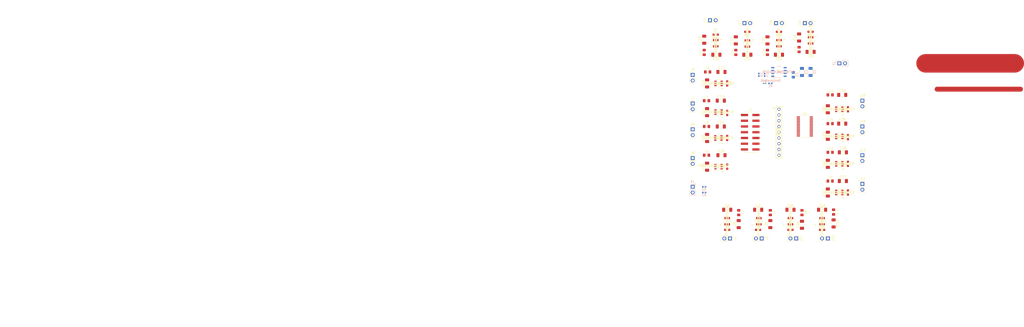
<source format=kicad_pcb>
(kicad_pcb (version 20171130) (host pcbnew "(5.1.9)-1")
  (layers (0 F.Cu signal) (31 B.Cu signal) (34 B.Paste user) (35 F.Paste user hide) (36 B.SilkS user hide) (37 F.SilkS user hide) (38 B.Mask user) (39 F.Mask user hide) (44 Edge.Cuts user))
  (net 0 "")
  (net 1 GND)
  (net 2 5V)
  (net 3 24V)
  (net 4 "Net-(D1-Pad1)")
  (net 5 A0)
  (net 6 A1)
  (net 7 A2)
  (net 8 A3)
  (net 9 A4)
  (net 10 A5)
  (net 11 OE)
  (net 12 SCL)
  (net 13 SDA)
  (net 14 PWM1)
  (net 15 "Net-(C11-Pad2)")
  (net 16 "Net-(C11-Pad1)")
  (net 17 "Net-(C12-Pad2)")
  (net 18 "Net-(C12-Pad1)")
  (net 19 "Net-(C13-Pad2)")
  (net 20 "Net-(C13-Pad1)")
  (net 21 PWM3)
  (net 22 PWM2)
  (net 23 PWM0)
  (net 24 p_LED0)
  (net 25 p_LED2)
  (net 26 p_LED1)
  (net 27 p_LED3)
  (net 28 n_LED0)
  (net 29 n_LED2)
  (net 30 n_LED1)
  (net 31 n_LED3)
  (net 32 "Net-(C22-Pad2)")
  (net 33 "Net-(C22-Pad1)")
  (net 34 "Net-(C23-Pad2)")
  (net 35 "Net-(C23-Pad1)")
  (net 36 p_LED4)
  (net 37 p_LED5)
  (net 38 n_LED4)
  (net 39 n_LED5)
  (net 40 PWM4)
  (net 41 PWM5)
  (net 42 p_LED15)
  (net 43 p_LED7)
  (net 44 p_LED6)
  (net 45 p_LED8)
  (net 46 p_LED9)
  (net 47 p_LED12)
  (net 48 p_LED13)
  (net 49 p_LED14)
  (net 50 p_LED10)
  (net 51 p_LED11)
  (net 52 n_LED15)
  (net 53 n_LED7)
  (net 54 n_LED6)
  (net 55 n_LED8)
  (net 56 n_LED9)
  (net 57 n_LED12)
  (net 58 n_LED13)
  (net 59 n_LED14)
  (net 60 n_LED10)
  (net 61 n_LED11)
  (net 62 PWM15)
  (net 63 PWM7)
  (net 64 PWM6)
  (net 65 PWM9)
  (net 66 PWM12)
  (net 67 PWM13)
  (net 68 PWM14)
  (net 69 PWM10)
  (net 70 PWM11)
  (net 71 "Net-(RN1-Pad9)")
  (net 72 PWM8)
  (net 73 "Net-(C6-Pad1)")
  (net 74 "Net-(C6-Pad2)")
  (net 75 "Net-(C7-Pad1)")
  (net 76 "Net-(C7-Pad2)")
  (net 77 "Net-(C10-Pad1)")
  (net 78 "Net-(C10-Pad2)")
  (net 79 "Net-(C18-Pad2)")
  (net 80 "Net-(C18-Pad1)")
  (net 81 "Net-(C20-Pad2)")
  (net 82 "Net-(C20-Pad1)")
  (net 83 "Net-(C21-Pad2)")
  (net 84 "Net-(C21-Pad1)")
  (net 85 "Net-(C30-Pad2)")
  (net 86 "Net-(C30-Pad1)")
  (net 87 "Net-(C31-Pad2)")
  (net 88 "Net-(C31-Pad1)")
  (net 89 "Net-(C32-Pad2)")
  (net 90 "Net-(C32-Pad1)")
  (net 91 "Net-(C33-Pad2)")
  (net 92 "Net-(C33-Pad1)")
  (net 93 "Net-(C34-Pad2)")
  (net 94 "Net-(C34-Pad1)")
  (net 95 "Net-(U1-Pad5)")
  (net 96 "Net-(U1-Pad4)")
  (module TPS92200:TPS92200D2DDCR (layer F.Cu) (at 113.03 48.26 180)
    (fp_text reference U8 (at 0 0) (layer F.SilkS))
    (fp_text value TPS92200D2DDCR (at 0 0) (layer F.SilkS))
    (fp_text user * (at -1.62915 -2.651) (layer F.SilkS))
    (fp_text user * (at -1.62915 -2.651) (layer F.SilkS))
    (pad 1 smd rect (at -1.375151 -0.950001 180) (size 0.997699 0.558) (layers F.Cu F.Paste F.Mask) (net 28 n_LED0))
    (pad 2 smd rect (at -1.375151 0 180) (size 0.997699 0.558) (layers F.Cu F.Paste F.Mask) (net 23 PWM0))
    (pad 3 smd rect (at -1.375151 0.950001 180) (size 0.997699 0.558) (layers F.Cu F.Paste F.Mask) (net 1 GND))
    (pad 4 smd rect (at 1.375151 0.950001 180) (size 0.997699 0.558) (layers F.Cu F.Paste F.Mask) (net 3 24V))
    (pad 5 smd rect (at 1.375151 0 180) (size 0.997699 0.558) (layers F.Cu F.Paste F.Mask) (net 19 "Net-(C13-Pad2)"))
    (pad 6 smd rect (at 1.375151 -0.950001 180) (size 0.997699 0.558) (layers F.Cu F.Paste F.Mask) (net 20 "Net-(C13-Pad1)"))
  )
  (module footprints:LM78L05ACM&slash_NOPB (layer B.Cu) (at 139.7 43.18)
    (fp_text reference U1 (at 0 0) (layer B.SilkS) (effects (justify mirror)))
    (fp_text value LM78L05ACM_NOPB (at 0 0) (layer B.SilkS) (effects (justify mirror)))
    (fp_text user Designator9 (at -3.556 3.81) (layer B.SilkS) (effects (justify mirror)))
    (fp_text user * (at 0 0) (layer B.SilkS) (effects (justify mirror)))
    (pad 8 smd oval (at 2.724998 1.905 270) (size 0.599999 1.45) (layers B.Cu B.Paste B.Mask) (net 3 24V))
    (pad 7 smd oval (at 2.724998 0.635 270) (size 0.599999 1.45) (layers B.Cu B.Paste B.Mask) (net 1 GND))
    (pad 6 smd oval (at 2.724998 -0.635 270) (size 0.599999 1.45) (layers B.Cu B.Paste B.Mask) (net 1 GND))
    (pad 5 smd oval (at 2.724998 -1.905 270) (size 0.599999 1.45) (layers B.Cu B.Paste B.Mask) (net 95 "Net-(U1-Pad5)"))
    (pad 4 smd oval (at -2.725001 -1.905 270) (size 0.599999 1.45) (layers B.Cu B.Paste B.Mask) (net 96 "Net-(U1-Pad4)"))
    (pad 3 smd oval (at -2.725001 -0.635 270) (size 0.599999 1.45) (layers B.Cu B.Paste B.Mask) (net 1 GND))
    (pad 2 smd oval (at -2.725001 0.635 270) (size 0.599999 1.45) (layers B.Cu B.Paste B.Mask) (net 1 GND))
    (pad 1 smd oval (at -2.725001 1.905 270) (size 0.599999 1.45) (layers B.Cu B.Paste B.Mask) (net 2 5V))
  )
  (module Connector_PinHeader_2.54mm:PinHeader_2x07_P2.54mm_Vertical_SMD (layer F.Cu) (at 127 69.85)
    (fp_text reference J1 (at 0 -9.95) (layer F.SilkS))
    (fp_text value Conn_02x07_Odd_Even)
    (pad 14 smd rect (at 2.525 7.62) (size 3.15 1) (layers F.Cu F.Paste F.Mask) (net 11 OE))
    (pad 13 smd rect (at -2.525 7.62) (size 3.15 1) (layers F.Cu F.Paste F.Mask) (net 2 5V))
    (pad 12 smd rect (at 2.525 5.08) (size 3.15 1) (layers F.Cu F.Paste F.Mask) (net 10 A5))
    (pad 11 smd rect (at -2.525 5.08) (size 3.15 1) (layers F.Cu F.Paste F.Mask) (net 2 5V))
    (pad 10 smd rect (at 2.525 2.54) (size 3.15 1) (layers F.Cu F.Paste F.Mask) (net 9 A4))
    (pad 9 smd rect (at -2.525 2.54) (size 3.15 1) (layers F.Cu F.Paste F.Mask) (net 2 5V))
    (pad 8 smd rect (at 2.525 0) (size 3.15 1) (layers F.Cu F.Paste F.Mask) (net 8 A3))
    (pad 7 smd rect (at -2.525 0) (size 3.15 1) (layers F.Cu F.Paste F.Mask) (net 2 5V))
    (pad 6 smd rect (at 2.525 -2.54) (size 3.15 1) (layers F.Cu F.Paste F.Mask) (net 7 A2))
    (pad 5 smd rect (at -2.525 -2.54) (size 3.15 1) (layers F.Cu F.Paste F.Mask) (net 2 5V))
    (pad 4 smd rect (at 2.525 -5.08) (size 3.15 1) (layers F.Cu F.Paste F.Mask) (net 6 A1))
    (pad 3 smd rect (at -2.525 -5.08) (size 3.15 1) (layers F.Cu F.Paste F.Mask) (net 2 5V))
    (pad 2 smd rect (at 2.525 -7.62) (size 3.15 1) (layers F.Cu F.Paste F.Mask) (net 5 A0))
    (pad 1 smd rect (at -2.525 -7.62) (size 3.15 1) (layers F.Cu F.Paste F.Mask) (net 2 5V))
  )
  (module SamacSys_Parts:4609X (layer F.Cu) (at 139.7 69.85 270)
    (fp_text reference RN1 (at -0.40567 0.16433 90) (layer F.SilkS) (effects (font (size 1.27 1.27) (thickness 0.254))))
    (fp_text value 4609M-101-103LF hide)
    (pad 9 thru_hole circle (at 10.16 0 270) (size 1.34 1.34) (drill 0.84) (layers *.Cu *.Mask) (net 71 "Net-(RN1-Pad9)"))
    (pad 8 thru_hole circle (at 7.62 0 270) (size 1.34 1.34) (drill 0.84) (layers *.Cu *.Mask) (net 11 OE))
    (pad 7 thru_hole circle (at 5.08 0 270) (size 1.34 1.34) (drill 0.84) (layers *.Cu *.Mask) (net 10 A5))
    (pad 6 thru_hole circle (at 2.54 0 270) (size 1.34 1.34) (drill 0.84) (layers *.Cu *.Mask) (net 9 A4))
    (pad 5 thru_hole circle (at 0 0 270) (size 1.34 1.34) (drill 0.84) (layers *.Cu *.Mask) (net 8 A3))
    (pad 4 thru_hole circle (at -2.54 0 270) (size 1.34 1.34) (drill 0.84) (layers *.Cu *.Mask) (net 7 A2))
    (pad 3 thru_hole circle (at -5.08 0 270) (size 1.34 1.34) (drill 0.84) (layers *.Cu *.Mask) (net 6 A1))
    (pad 2 thru_hole circle (at -7.62 0 270) (size 1.34 1.34) (drill 0.84) (layers *.Cu *.Mask) (net 5 A0))
    (pad 1 thru_hole circle (at -10.16 0 270) (size 1.34 1.34) (drill 0.84) (layers *.Cu *.Mask) (net 1 GND))
  )
  (module Connector_PinHeader_2.54mm:PinHeader_1x02_P2.54mm_Vertical (layer F.Cu) (at 176.53 55.88)
    (fp_text reference J19 (at 0 -2.33) (layer F.SilkS))
    (fp_text value Conn_01x02_Male)
    (pad 2 thru_hole oval (at 0 2.54) (size 1.7 1.7) (drill 1) (layers *.Cu *.Mask) (net 61 n_LED11))
    (pad 1 thru_hole rect (at 0 0) (size 1.7 1.7) (drill 1) (layers *.Cu *.Mask) (net 51 p_LED11))
  )
  (module Connector_PinHeader_2.54mm:PinHeader_1x02_P2.54mm_Vertical (layer F.Cu) (at 176.53 67.31)
    (fp_text reference J18 (at 0 -2.33) (layer F.SilkS))
    (fp_text value Conn_01x02_Male)
    (pad 2 thru_hole oval (at 0 2.54) (size 1.7 1.7) (drill 1) (layers *.Cu *.Mask) (net 60 n_LED10))
    (pad 1 thru_hole rect (at 0 0) (size 1.7 1.7) (drill 1) (layers *.Cu *.Mask) (net 50 p_LED10))
  )
  (module Connector_PinHeader_2.54mm:PinHeader_1x02_P2.54mm_Vertical (layer F.Cu) (at 124.46 21.59 90)
    (fp_text reference J17 (at 0 -2.33 90) (layer F.SilkS))
    (fp_text value Conn_01x02_Male)
    (pad 2 thru_hole oval (at 0 2.54 90) (size 1.7 1.7) (drill 1) (layers *.Cu *.Mask) (net 59 n_LED14))
    (pad 1 thru_hole rect (at 0 0 90) (size 1.7 1.7) (drill 1) (layers *.Cu *.Mask) (net 49 p_LED14))
  )
  (module Connector_PinHeader_2.54mm:PinHeader_1x02_P2.54mm_Vertical (layer F.Cu) (at 138.43 21.59 90)
    (fp_text reference J16 (at 0 -2.33 90) (layer F.SilkS))
    (fp_text value Conn_01x02_Male)
    (pad 2 thru_hole oval (at 0 2.54 90) (size 1.7 1.7) (drill 1) (layers *.Cu *.Mask) (net 58 n_LED13))
    (pad 1 thru_hole rect (at 0 0 90) (size 1.7 1.7) (drill 1) (layers *.Cu *.Mask) (net 48 p_LED13))
  )
  (module Connector_PinHeader_2.54mm:PinHeader_1x02_P2.54mm_Vertical (layer F.Cu) (at 151.13 21.59 90)
    (fp_text reference J15 (at 0 -2.33 90) (layer F.SilkS))
    (fp_text value Conn_01x02_Male)
    (pad 2 thru_hole oval (at 0 2.54 90) (size 1.7 1.7) (drill 1) (layers *.Cu *.Mask) (net 57 n_LED12))
    (pad 1 thru_hole rect (at 0 0 90) (size 1.7 1.7) (drill 1) (layers *.Cu *.Mask) (net 47 p_LED12))
  )
  (module Connector_PinHeader_2.54mm:PinHeader_1x02_P2.54mm_Vertical (layer F.Cu) (at 109.22 20.32 90)
    (fp_text reference J14 (at 0 -2.33 90) (layer F.SilkS))
    (fp_text value Conn_01x02_Male)
    (pad 1 thru_hole rect (at 0 0 90) (size 1.7 1.7) (drill 1) (layers *.Cu *.Mask) (net 42 p_LED15))
    (pad 2 thru_hole oval (at 0 2.54 90) (size 1.7 1.7) (drill 1) (layers *.Cu *.Mask) (net 52 n_LED15))
  )
  (module Connector_PinHeader_2.54mm:PinHeader_1x02_P2.54mm_Vertical (layer F.Cu) (at 176.53 80.01)
    (fp_text reference J13 (at 0 -2.33) (layer F.SilkS))
    (fp_text value Conn_01x02_Male)
    (pad 2 thru_hole oval (at 0 2.54) (size 1.7 1.7) (drill 1) (layers *.Cu *.Mask) (net 56 n_LED9))
    (pad 1 thru_hole rect (at 0 0) (size 1.7 1.7) (drill 1) (layers *.Cu *.Mask) (net 46 p_LED9))
  )
  (module Connector_PinHeader_2.54mm:PinHeader_1x02_P2.54mm_Vertical (layer F.Cu) (at 176.53 92.71)
    (fp_text reference J12 (at 0 -2.33) (layer F.SilkS))
    (fp_text value Conn_01x02_Male)
    (pad 2 thru_hole oval (at 0 2.54) (size 1.7 1.7) (drill 1) (layers *.Cu *.Mask) (net 55 n_LED8))
    (pad 1 thru_hole rect (at 0 0) (size 1.7 1.7) (drill 1) (layers *.Cu *.Mask) (net 45 p_LED8))
  )
  (module Connector_PinHeader_2.54mm:PinHeader_1x02_P2.54mm_Vertical (layer F.Cu) (at 147.32 116.84 270)
    (fp_text reference J11 (at 0 -2.33 90) (layer F.SilkS))
    (fp_text value Conn_01x02_Male)
    (pad 2 thru_hole oval (at 0 2.54 270) (size 1.7 1.7) (drill 1) (layers *.Cu *.Mask) (net 54 n_LED6))
    (pad 1 thru_hole rect (at 0 0 270) (size 1.7 1.7) (drill 1) (layers *.Cu *.Mask) (net 44 p_LED6))
  )
  (module Connector_PinHeader_2.54mm:PinHeader_1x02_P2.54mm_Vertical (layer F.Cu) (at 161.29 116.84 270)
    (fp_text reference J10 (at 0 -2.33 90) (layer F.SilkS))
    (fp_text value Conn_01x02_Male)
    (pad 2 thru_hole oval (at 0 2.54 270) (size 1.7 1.7) (drill 1) (layers *.Cu *.Mask) (net 53 n_LED7))
    (pad 1 thru_hole rect (at 0 0 270) (size 1.7 1.7) (drill 1) (layers *.Cu *.Mask) (net 43 p_LED7))
  )
  (module Connector_PinHeader_2.54mm:PinHeader_1x02_P2.54mm_Vertical (layer F.Cu) (at 132.08 116.84 270)
    (fp_text reference J5 (at 0 -2.33 90) (layer F.SilkS))
    (fp_text value Conn_01x02_Male)
    (pad 2 thru_hole oval (at 0 2.54 270) (size 1.7 1.7) (drill 1) (layers *.Cu *.Mask) (net 39 n_LED5))
    (pad 1 thru_hole rect (at 0 0 270) (size 1.7 1.7) (drill 1) (layers *.Cu *.Mask) (net 37 p_LED5))
  )
  (module Connector_PinHeader_2.54mm:PinHeader_1x02_P2.54mm_Vertical (layer F.Cu) (at 101.6 81.28)
    (fp_text reference J8 (at 0 -2.33) (layer F.SilkS))
    (fp_text value Conn_01x02_Male)
    (pad 2 thru_hole oval (at 0 2.54) (size 1.7 1.7) (drill 1) (layers *.Cu *.Mask) (net 31 n_LED3))
    (pad 1 thru_hole rect (at 0 0) (size 1.7 1.7) (drill 1) (layers *.Cu *.Mask) (net 27 p_LED3))
  )
  (module Connector_PinHeader_2.54mm:PinHeader_1x02_P2.54mm_Vertical (layer F.Cu) (at 101.6 57.15)
    (fp_text reference J7 (at 0 -2.33) (layer F.SilkS))
    (fp_text value Conn_01x02_Male)
    (pad 2 thru_hole oval (at 0 2.54) (size 1.7 1.7) (drill 1) (layers *.Cu *.Mask) (net 30 n_LED1))
    (pad 1 thru_hole rect (at 0 0) (size 1.7 1.7) (drill 1) (layers *.Cu *.Mask) (net 26 p_LED1))
  )
  (module Connector_PinHeader_2.54mm:PinHeader_1x02_P2.54mm_Vertical (layer F.Cu) (at 101.6 68.58)
    (fp_text reference J6 (at 0 -2.33) (layer F.SilkS))
    (fp_text value Conn_01x02_Male)
    (pad 2 thru_hole oval (at 0 2.54) (size 1.7 1.7) (drill 1) (layers *.Cu *.Mask) (net 29 n_LED2))
    (pad 1 thru_hole rect (at 0 0) (size 1.7 1.7) (drill 1) (layers *.Cu *.Mask) (net 25 p_LED2))
  )
  (module Connector_PinHeader_2.54mm:PinHeader_1x02_P2.54mm_Vertical (layer F.Cu) (at 101.6 44.45)
    (fp_text reference J9 (at 0 -2.33) (layer F.SilkS))
    (fp_text value Conn_01x02_Male)
    (pad 2 thru_hole oval (at 0 2.54) (size 1.7 1.7) (drill 1) (layers *.Cu *.Mask) (net 28 n_LED0))
    (pad 1 thru_hole rect (at 0 0) (size 1.7 1.7) (drill 1) (layers *.Cu *.Mask) (net 24 p_LED0))
  )
  (module Connector_PinHeader_2.54mm:PinHeader_1x02_P2.54mm_Vertical (layer F.Cu) (at 118.11 116.84 270)
    (fp_text reference J4 (at 0 -2.33 90) (layer F.SilkS))
    (fp_text value Conn_01x02_Male)
    (pad 2 thru_hole oval (at 0 2.54 270) (size 1.7 1.7) (drill 1) (layers *.Cu *.Mask) (net 38 n_LED4))
    (pad 1 thru_hole rect (at 0 0 270) (size 1.7 1.7) (drill 1) (layers *.Cu *.Mask) (net 36 p_LED4))
  )
  (module TPS92200:TPS92200D2DDCR (layer F.Cu) (at 166.37 59.69 180)
    (fp_text reference U18 (at 0 0) (layer F.SilkS))
    (fp_text value TPS92200D2DDCR (at 0 0) (layer F.SilkS))
    (fp_text user * (at -1.62915 -2.651) (layer F.SilkS))
    (fp_text user * (at -1.62915 -2.651) (layer F.SilkS))
    (pad 6 smd rect (at 1.375151 -0.950001 180) (size 0.997699 0.558) (layers F.Cu F.Paste F.Mask) (net 94 "Net-(C34-Pad1)"))
    (pad 5 smd rect (at 1.375151 0 180) (size 0.997699 0.558) (layers F.Cu F.Paste F.Mask) (net 93 "Net-(C34-Pad2)"))
    (pad 4 smd rect (at 1.375151 0.950001 180) (size 0.997699 0.558) (layers F.Cu F.Paste F.Mask) (net 3 24V))
    (pad 3 smd rect (at -1.375151 0.950001 180) (size 0.997699 0.558) (layers F.Cu F.Paste F.Mask) (net 1 GND))
    (pad 2 smd rect (at -1.375151 0 180) (size 0.997699 0.558) (layers F.Cu F.Paste F.Mask) (net 70 PWM11))
    (pad 1 smd rect (at -1.375151 -0.950001 180) (size 0.997699 0.558) (layers F.Cu F.Paste F.Mask) (net 61 n_LED11))
  )
  (module TPS92200:TPS92200D2DDCR (layer F.Cu) (at 166.37 71.7108 180)
    (fp_text reference U17 (at 0 0) (layer F.SilkS))
    (fp_text value TPS92200D2DDCR (at 0 0) (layer F.SilkS))
    (fp_text user * (at -1.62915 -2.651) (layer F.SilkS))
    (fp_text user * (at -1.62915 -2.651) (layer F.SilkS))
    (pad 6 smd rect (at 1.375151 -0.950001 180) (size 0.997699 0.558) (layers F.Cu F.Paste F.Mask) (net 92 "Net-(C33-Pad1)"))
    (pad 5 smd rect (at 1.375151 0 180) (size 0.997699 0.558) (layers F.Cu F.Paste F.Mask) (net 91 "Net-(C33-Pad2)"))
    (pad 4 smd rect (at 1.375151 0.950001 180) (size 0.997699 0.558) (layers F.Cu F.Paste F.Mask) (net 3 24V))
    (pad 3 smd rect (at -1.375151 0.950001 180) (size 0.997699 0.558) (layers F.Cu F.Paste F.Mask) (net 1 GND))
    (pad 2 smd rect (at -1.375151 0 180) (size 0.997699 0.558) (layers F.Cu F.Paste F.Mask) (net 69 PWM10))
    (pad 1 smd rect (at -1.375151 -0.950001 180) (size 0.997699 0.558) (layers F.Cu F.Paste F.Mask) (net 60 n_LED10))
  )
  (module TPS92200:TPS92200D2DDCR (layer F.Cu) (at 125.7508 30.599199 270)
    (fp_text reference U16 (at 0 0 90) (layer F.SilkS))
    (fp_text value TPS92200D2DDCR (at 0 0 90) (layer F.SilkS))
    (fp_text user * (at -1.62915 -2.651 90) (layer F.SilkS))
    (fp_text user * (at -1.62915 -2.651 90) (layer F.SilkS))
    (pad 6 smd rect (at 1.375151 -0.950001 270) (size 0.997699 0.558) (layers F.Cu F.Paste F.Mask) (net 90 "Net-(C32-Pad1)"))
    (pad 5 smd rect (at 1.375151 0 270) (size 0.997699 0.558) (layers F.Cu F.Paste F.Mask) (net 89 "Net-(C32-Pad2)"))
    (pad 4 smd rect (at 1.375151 0.950001 270) (size 0.997699 0.558) (layers F.Cu F.Paste F.Mask) (net 3 24V))
    (pad 3 smd rect (at -1.375151 0.950001 270) (size 0.997699 0.558) (layers F.Cu F.Paste F.Mask) (net 1 GND))
    (pad 2 smd rect (at -1.375151 0 270) (size 0.997699 0.558) (layers F.Cu F.Paste F.Mask) (net 68 PWM14))
    (pad 1 smd rect (at -1.375151 -0.950001 270) (size 0.997699 0.558) (layers F.Cu F.Paste F.Mask) (net 59 n_LED14))
  )
  (module TPS92200:TPS92200D2DDCR (layer F.Cu) (at 139.7 30.48 270)
    (fp_text reference U15 (at 0 0 90) (layer F.SilkS))
    (fp_text value TPS92200D2DDCR (at 0 0 90) (layer F.SilkS))
    (fp_text user * (at -1.62915 -2.651 90) (layer F.SilkS))
    (fp_text user * (at -1.62915 -2.651 90) (layer F.SilkS))
    (pad 6 smd rect (at 1.375151 -0.950001 270) (size 0.997699 0.558) (layers F.Cu F.Paste F.Mask) (net 88 "Net-(C31-Pad1)"))
    (pad 5 smd rect (at 1.375151 0 270) (size 0.997699 0.558) (layers F.Cu F.Paste F.Mask) (net 87 "Net-(C31-Pad2)"))
    (pad 4 smd rect (at 1.375151 0.950001 270) (size 0.997699 0.558) (layers F.Cu F.Paste F.Mask) (net 3 24V))
    (pad 3 smd rect (at -1.375151 0.950001 270) (size 0.997699 0.558) (layers F.Cu F.Paste F.Mask) (net 1 GND))
    (pad 2 smd rect (at -1.375151 0 270) (size 0.997699 0.558) (layers F.Cu F.Paste F.Mask) (net 67 PWM13))
    (pad 1 smd rect (at -1.375151 -0.950001 270) (size 0.997699 0.558) (layers F.Cu F.Paste F.Mask) (net 58 n_LED13))
  )
  (module TPS92200:TPS92200D2DDCR (layer F.Cu) (at 153.67 29.21 270)
    (fp_text reference U14 (at 0 0 90) (layer F.SilkS))
    (fp_text value TPS92200D2DDCR (at 0 0 90) (layer F.SilkS))
    (fp_text user * (at -1.62915 -2.651 90) (layer F.SilkS))
    (fp_text user * (at -1.62915 -2.651 90) (layer F.SilkS))
    (pad 6 smd rect (at 1.375151 -0.950001 270) (size 0.997699 0.558) (layers F.Cu F.Paste F.Mask) (net 86 "Net-(C30-Pad1)"))
    (pad 5 smd rect (at 1.375151 0 270) (size 0.997699 0.558) (layers F.Cu F.Paste F.Mask) (net 85 "Net-(C30-Pad2)"))
    (pad 4 smd rect (at 1.375151 0.950001 270) (size 0.997699 0.558) (layers F.Cu F.Paste F.Mask) (net 3 24V))
    (pad 3 smd rect (at -1.375151 0.950001 270) (size 0.997699 0.558) (layers F.Cu F.Paste F.Mask) (net 1 GND))
    (pad 2 smd rect (at -1.375151 0 270) (size 0.997699 0.558) (layers F.Cu F.Paste F.Mask) (net 66 PWM12))
    (pad 1 smd rect (at -1.375151 -0.950001 270) (size 0.997699 0.558) (layers F.Cu F.Paste F.Mask) (net 57 n_LED12))
  )
  (module TPS92200:TPS92200D2DDCR (layer F.Cu) (at 111.76 30.48 270)
    (fp_text reference U13 (at 0 0 90) (layer F.SilkS))
    (fp_text value TPS92200D2DDCR (at 0 0 90) (layer F.SilkS))
    (fp_text user * (at -1.62915 -2.651 90) (layer F.SilkS))
    (fp_text user * (at -1.62915 -2.651 90) (layer F.SilkS))
    (pad 1 smd rect (at -1.375151 -0.950001 270) (size 0.997699 0.558) (layers F.Cu F.Paste F.Mask) (net 52 n_LED15))
    (pad 2 smd rect (at -1.375151 0 270) (size 0.997699 0.558) (layers F.Cu F.Paste F.Mask) (net 62 PWM15))
    (pad 3 smd rect (at -1.375151 0.950001 270) (size 0.997699 0.558) (layers F.Cu F.Paste F.Mask) (net 1 GND))
    (pad 4 smd rect (at 1.375151 0.950001 270) (size 0.997699 0.558) (layers F.Cu F.Paste F.Mask) (net 3 24V))
    (pad 5 smd rect (at 1.375151 0 270) (size 0.997699 0.558) (layers F.Cu F.Paste F.Mask) (net 34 "Net-(C23-Pad2)"))
    (pad 6 smd rect (at 1.375151 -0.950001 270) (size 0.997699 0.558) (layers F.Cu F.Paste F.Mask) (net 35 "Net-(C23-Pad1)"))
  )
  (module TPS92200:TPS92200D2DDCR (layer F.Cu) (at 166.37 83.82 180)
    (fp_text reference U12 (at 0 0) (layer F.SilkS))
    (fp_text value TPS92200D2DDCR (at 0 0) (layer F.SilkS))
    (fp_text user * (at -1.62915 -2.651) (layer F.SilkS))
    (fp_text user * (at -1.62915 -2.651) (layer F.SilkS))
    (pad 6 smd rect (at 1.375151 -0.950001 180) (size 0.997699 0.558) (layers F.Cu F.Paste F.Mask) (net 33 "Net-(C22-Pad1)"))
    (pad 5 smd rect (at 1.375151 0 180) (size 0.997699 0.558) (layers F.Cu F.Paste F.Mask) (net 32 "Net-(C22-Pad2)"))
    (pad 4 smd rect (at 1.375151 0.950001 180) (size 0.997699 0.558) (layers F.Cu F.Paste F.Mask) (net 3 24V))
    (pad 3 smd rect (at -1.375151 0.950001 180) (size 0.997699 0.558) (layers F.Cu F.Paste F.Mask) (net 1 GND))
    (pad 2 smd rect (at -1.375151 0 180) (size 0.997699 0.558) (layers F.Cu F.Paste F.Mask) (net 65 PWM9))
    (pad 1 smd rect (at -1.375151 -0.950001 180) (size 0.997699 0.558) (layers F.Cu F.Paste F.Mask) (net 56 n_LED9))
  )
  (module TPS92200:TPS92200D2DDCR (layer F.Cu) (at 166.37 96.52 180)
    (fp_text reference U11 (at 0 0) (layer F.SilkS))
    (fp_text value TPS92200D2DDCR (at 0 0) (layer F.SilkS))
    (fp_text user * (at -1.62915 -2.651) (layer F.SilkS))
    (fp_text user * (at -1.62915 -2.651) (layer F.SilkS))
    (pad 6 smd rect (at 1.375151 -0.950001 180) (size 0.997699 0.558) (layers F.Cu F.Paste F.Mask) (net 84 "Net-(C21-Pad1)"))
    (pad 5 smd rect (at 1.375151 0 180) (size 0.997699 0.558) (layers F.Cu F.Paste F.Mask) (net 83 "Net-(C21-Pad2)"))
    (pad 4 smd rect (at 1.375151 0.950001 180) (size 0.997699 0.558) (layers F.Cu F.Paste F.Mask) (net 3 24V))
    (pad 3 smd rect (at -1.375151 0.950001 180) (size 0.997699 0.558) (layers F.Cu F.Paste F.Mask) (net 1 GND))
    (pad 2 smd rect (at -1.375151 0 180) (size 0.997699 0.558) (layers F.Cu F.Paste F.Mask) (net 72 PWM8))
    (pad 1 smd rect (at -1.375151 -0.950001 180) (size 0.997699 0.558) (layers F.Cu F.Paste F.Mask) (net 55 n_LED8))
  )
  (module TPS92200:TPS92200D2DDCR (layer F.Cu) (at 144.78 109.22 90)
    (fp_text reference U10 (at 0 0 90) (layer F.SilkS))
    (fp_text value TPS92200D2DDCR (at 0 0 90) (layer F.SilkS))
    (fp_text user * (at -1.62915 -2.651 90) (layer F.SilkS))
    (fp_text user * (at -1.62915 -2.651 90) (layer F.SilkS))
    (pad 6 smd rect (at 1.375151 -0.950001 90) (size 0.997699 0.558) (layers F.Cu F.Paste F.Mask) (net 82 "Net-(C20-Pad1)"))
    (pad 5 smd rect (at 1.375151 0 90) (size 0.997699 0.558) (layers F.Cu F.Paste F.Mask) (net 81 "Net-(C20-Pad2)"))
    (pad 4 smd rect (at 1.375151 0.950001 90) (size 0.997699 0.558) (layers F.Cu F.Paste F.Mask) (net 3 24V))
    (pad 3 smd rect (at -1.375151 0.950001 90) (size 0.997699 0.558) (layers F.Cu F.Paste F.Mask) (net 1 GND))
    (pad 2 smd rect (at -1.375151 0 90) (size 0.997699 0.558) (layers F.Cu F.Paste F.Mask) (net 64 PWM6))
    (pad 1 smd rect (at -1.375151 -0.950001 90) (size 0.997699 0.558) (layers F.Cu F.Paste F.Mask) (net 54 n_LED6))
  )
  (module TPS92200:TPS92200D2DDCR (layer F.Cu) (at 158.75 109.22 90)
    (fp_text reference U9 (at 0 0 90) (layer F.SilkS))
    (fp_text value TPS92200D2DDCR (at 0 0 90) (layer F.SilkS))
    (fp_text user * (at -1.62915 -2.651 90) (layer F.SilkS))
    (fp_text user * (at -1.62915 -2.651 90) (layer F.SilkS))
    (pad 6 smd rect (at 1.375151 -0.950001 90) (size 0.997699 0.558) (layers F.Cu F.Paste F.Mask) (net 80 "Net-(C18-Pad1)"))
    (pad 5 smd rect (at 1.375151 0 90) (size 0.997699 0.558) (layers F.Cu F.Paste F.Mask) (net 79 "Net-(C18-Pad2)"))
    (pad 4 smd rect (at 1.375151 0.950001 90) (size 0.997699 0.558) (layers F.Cu F.Paste F.Mask) (net 3 24V))
    (pad 3 smd rect (at -1.375151 0.950001 90) (size 0.997699 0.558) (layers F.Cu F.Paste F.Mask) (net 1 GND))
    (pad 2 smd rect (at -1.375151 0 90) (size 0.997699 0.558) (layers F.Cu F.Paste F.Mask) (net 63 PWM7))
    (pad 1 smd rect (at -1.375151 -0.950001 90) (size 0.997699 0.558) (layers F.Cu F.Paste F.Mask) (net 53 n_LED7))
  )
  (module Resistor_SMD:R_0603_1608Metric_Pad0.98x0.95mm_HandSolder (layer F.Cu) (at 170.18 59.69 90)
    (fp_text reference R19 (at 0 -1.43 90) (layer F.SilkS))
    (fp_text value 130m)
    (pad 2 smd roundrect (at 0.9125 0 90) (size 0.975 0.95) (layers F.Cu F.Paste F.Mask) (net 1 GND))
    (pad 1 smd roundrect (at -0.9125 0 90) (size 0.975 0.95) (layers F.Cu F.Paste F.Mask) (net 61 n_LED11))
  )
  (module Resistor_SMD:R_0603_1608Metric_Pad0.98x0.95mm_HandSolder (layer F.Cu) (at 170.18 72.0325 90)
    (fp_text reference R18 (at 0 -1.43 90) (layer F.SilkS))
    (fp_text value 130m)
    (pad 2 smd roundrect (at 0.9125 0 90) (size 0.975 0.95) (layers F.Cu F.Paste F.Mask) (net 1 GND))
    (pad 1 smd roundrect (at -0.9125 0 90) (size 0.975 0.95) (layers F.Cu F.Paste F.Mask) (net 60 n_LED10))
  )
  (module Resistor_SMD:R_0603_1608Metric_Pad0.98x0.95mm_HandSolder (layer F.Cu) (at 125.73 25.4 180)
    (fp_text reference R17 (at 0 -1.43) (layer F.SilkS))
    (fp_text value 130m)
    (pad 2 smd roundrect (at 0.9125 0 180) (size 0.975 0.95) (layers F.Cu F.Paste F.Mask) (net 1 GND))
    (pad 1 smd roundrect (at -0.9125 0 180) (size 0.975 0.95) (layers F.Cu F.Paste F.Mask) (net 59 n_LED14))
  )
  (module Resistor_SMD:R_0603_1608Metric_Pad0.98x0.95mm_HandSolder (layer F.Cu) (at 139.7 25.4 180)
    (fp_text reference R16 (at 0 -1.43) (layer F.SilkS))
    (fp_text value 130m)
    (pad 2 smd roundrect (at 0.9125 0 180) (size 0.975 0.95) (layers F.Cu F.Paste F.Mask) (net 1 GND))
    (pad 1 smd roundrect (at -0.9125 0 180) (size 0.975 0.95) (layers F.Cu F.Paste F.Mask) (net 58 n_LED13))
  )
  (module Resistor_SMD:R_0603_1608Metric_Pad0.98x0.95mm_HandSolder (layer F.Cu) (at 153.67 25.4 180)
    (fp_text reference R15 (at 0 -1.43) (layer F.SilkS))
    (fp_text value 130m)
    (pad 2 smd roundrect (at 0.9125 0 180) (size 0.975 0.95) (layers F.Cu F.Paste F.Mask) (net 1 GND))
    (pad 1 smd roundrect (at -0.9125 0 180) (size 0.975 0.95) (layers F.Cu F.Paste F.Mask) (net 57 n_LED12))
  )
  (module Resistor_SMD:R_0603_1608Metric_Pad0.98x0.95mm_HandSolder (layer F.Cu) (at 111.76 26.67 180)
    (fp_text reference R14 (at 0 -1.43) (layer F.SilkS))
    (fp_text value 130m)
    (pad 1 smd roundrect (at -0.9125 0 180) (size 0.975 0.95) (layers F.Cu F.Paste F.Mask) (net 52 n_LED15))
    (pad 2 smd roundrect (at 0.9125 0 180) (size 0.975 0.95) (layers F.Cu F.Paste F.Mask) (net 1 GND))
  )
  (module Resistor_SMD:R_0603_1608Metric_Pad0.98x0.95mm_HandSolder (layer F.Cu) (at 170.18 83.82 90)
    (fp_text reference R13 (at 0 -1.43 90) (layer F.SilkS))
    (fp_text value 130m)
    (pad 2 smd roundrect (at 0.9125 0 90) (size 0.975 0.95) (layers F.Cu F.Paste F.Mask) (net 1 GND))
    (pad 1 smd roundrect (at -0.9125 0 90) (size 0.975 0.95) (layers F.Cu F.Paste F.Mask) (net 56 n_LED9))
  )
  (module Resistor_SMD:R_0603_1608Metric_Pad0.98x0.95mm_HandSolder (layer F.Cu) (at 170.18 96.52 90)
    (fp_text reference R12 (at 0 -1.43 90) (layer F.SilkS))
    (fp_text value 130m)
    (pad 2 smd roundrect (at 0.9125 0 90) (size 0.975 0.95) (layers F.Cu F.Paste F.Mask) (net 1 GND))
    (pad 1 smd roundrect (at -0.9125 0 90) (size 0.975 0.95) (layers F.Cu F.Paste F.Mask) (net 55 n_LED8))
  )
  (module Resistor_SMD:R_0603_1608Metric_Pad0.98x0.95mm_HandSolder (layer F.Cu) (at 144.78 113.03)
    (fp_text reference R11 (at 0 -1.43) (layer F.SilkS))
    (fp_text value 130m)
    (pad 2 smd roundrect (at 0.9125 0) (size 0.975 0.95) (layers F.Cu F.Paste F.Mask) (net 1 GND))
    (pad 1 smd roundrect (at -0.9125 0) (size 0.975 0.95) (layers F.Cu F.Paste F.Mask) (net 54 n_LED6))
  )
  (module Resistor_SMD:R_0603_1608Metric_Pad0.98x0.95mm_HandSolder (layer F.Cu) (at 158.75 113.03)
    (fp_text reference R10 (at 0 -1.43) (layer F.SilkS))
    (fp_text value 130m)
    (pad 2 smd roundrect (at 0.9125 0) (size 0.975 0.95) (layers F.Cu F.Paste F.Mask) (net 1 GND))
    (pad 1 smd roundrect (at -0.9125 0) (size 0.975 0.95) (layers F.Cu F.Paste F.Mask) (net 53 n_LED7))
  )
  (module Inductor_SMD:L_0805_2012Metric_Pad1.15x1.40mm_HandSolder (layer F.Cu) (at 162.315 53.34)
    (fp_text reference L16 (at 0 -1.65) (layer F.SilkS))
    (fp_text value 2.2uH)
    (pad 2 smd roundrect (at 1.025 0) (size 1.15 1.4) (layers F.Cu F.Paste F.Mask) (roundrect_rratio 0.217391) (net 51 p_LED11))
    (pad 1 smd roundrect (at -1.025 0) (size 1.15 1.4) (layers F.Cu F.Paste F.Mask) (roundrect_rratio 0.217391) (net 93 "Net-(C34-Pad2)"))
  )
  (module Inductor_SMD:L_0805_2012Metric_Pad1.15x1.40mm_HandSolder (layer F.Cu) (at 162.315 66.04)
    (fp_text reference L15 (at 0 -1.65) (layer F.SilkS))
    (fp_text value 2.2uH)
    (pad 2 smd roundrect (at 1.025 0) (size 1.15 1.4) (layers F.Cu F.Paste F.Mask) (roundrect_rratio 0.217391) (net 50 p_LED10))
    (pad 1 smd roundrect (at -1.025 0) (size 1.15 1.4) (layers F.Cu F.Paste F.Mask) (roundrect_rratio 0.217391) (net 91 "Net-(C33-Pad2)"))
  )
  (module Inductor_SMD:L_0805_2012Metric_Pad1.15x1.40mm_HandSolder (layer F.Cu) (at 120.65 34.535 90)
    (fp_text reference L14 (at 0 -1.65 90) (layer F.SilkS))
    (fp_text value 2.2uH)
    (pad 2 smd roundrect (at 1.025 0 90) (size 1.15 1.4) (layers F.Cu F.Paste F.Mask) (roundrect_rratio 0.217391) (net 49 p_LED14))
    (pad 1 smd roundrect (at -1.025 0 90) (size 1.15 1.4) (layers F.Cu F.Paste F.Mask) (roundrect_rratio 0.217391) (net 89 "Net-(C32-Pad2)"))
  )
  (module Inductor_SMD:L_0805_2012Metric_Pad1.15x1.40mm_HandSolder (layer F.Cu) (at 134.62 34.535 90)
    (fp_text reference L13 (at 0 -1.65 90) (layer F.SilkS))
    (fp_text value 2.2uH)
    (pad 2 smd roundrect (at 1.025 0 90) (size 1.15 1.4) (layers F.Cu F.Paste F.Mask) (roundrect_rratio 0.217391) (net 48 p_LED13))
    (pad 1 smd roundrect (at -1.025 0 90) (size 1.15 1.4) (layers F.Cu F.Paste F.Mask) (roundrect_rratio 0.217391) (net 87 "Net-(C31-Pad2)"))
  )
  (module Inductor_SMD:L_0805_2012Metric_Pad1.15x1.40mm_HandSolder (layer F.Cu) (at 148.59 33.265 90)
    (fp_text reference L12 (at 0 -1.65 90) (layer F.SilkS))
    (fp_text value 2.2uH)
    (pad 2 smd roundrect (at 1.025 0 90) (size 1.15 1.4) (layers F.Cu F.Paste F.Mask) (roundrect_rratio 0.217391) (net 47 p_LED12))
    (pad 1 smd roundrect (at -1.025 0 90) (size 1.15 1.4) (layers F.Cu F.Paste F.Mask) (roundrect_rratio 0.217391) (net 85 "Net-(C30-Pad2)"))
  )
  (module Inductor_SMD:L_0805_2012Metric_Pad1.15x1.40mm_HandSolder (layer F.Cu) (at 106.68 34.535 90)
    (fp_text reference L11 (at 0 -1.65 90) (layer F.SilkS))
    (fp_text value 2.2uH)
    (pad 1 smd roundrect (at -1.025 0 90) (size 1.15 1.4) (layers F.Cu F.Paste F.Mask) (roundrect_rratio 0.217391) (net 34 "Net-(C23-Pad2)"))
    (pad 2 smd roundrect (at 1.025 0 90) (size 1.15 1.4) (layers F.Cu F.Paste F.Mask) (roundrect_rratio 0.217391) (net 42 p_LED15))
  )
  (module Inductor_SMD:L_0805_2012Metric_Pad1.15x1.40mm_HandSolder (layer F.Cu) (at 162.315 78.74)
    (fp_text reference L10 (at 0 -1.65) (layer F.SilkS))
    (fp_text value 2.2uH)
    (pad 2 smd roundrect (at 1.025 0) (size 1.15 1.4) (layers F.Cu F.Paste F.Mask) (roundrect_rratio 0.217391) (net 46 p_LED9))
    (pad 1 smd roundrect (at -1.025 0) (size 1.15 1.4) (layers F.Cu F.Paste F.Mask) (roundrect_rratio 0.217391) (net 32 "Net-(C22-Pad2)"))
  )
  (module Inductor_SMD:L_0805_2012Metric_Pad1.15x1.40mm_HandSolder (layer F.Cu) (at 162.315 91.44)
    (fp_text reference L9 (at 0 -1.65) (layer F.SilkS))
    (fp_text value 2.2uH)
    (pad 2 smd roundrect (at 1.025 0) (size 1.15 1.4) (layers F.Cu F.Paste F.Mask) (roundrect_rratio 0.217391) (net 45 p_LED8))
    (pad 1 smd roundrect (at -1.025 0) (size 1.15 1.4) (layers F.Cu F.Paste F.Mask) (roundrect_rratio 0.217391) (net 83 "Net-(C21-Pad2)"))
  )
  (module Inductor_SMD:L_0805_2012Metric_Pad1.15x1.40mm_HandSolder (layer F.Cu) (at 149.86 105.41 270)
    (fp_text reference L8 (at 0 -1.65 90) (layer F.SilkS))
    (fp_text value 2.2uH)
    (pad 2 smd roundrect (at 1.025 0 270) (size 1.15 1.4) (layers F.Cu F.Paste F.Mask) (roundrect_rratio 0.217391) (net 44 p_LED6))
    (pad 1 smd roundrect (at -1.025 0 270) (size 1.15 1.4) (layers F.Cu F.Paste F.Mask) (roundrect_rratio 0.217391) (net 81 "Net-(C20-Pad2)"))
  )
  (module Inductor_SMD:L_0805_2012Metric_Pad1.15x1.40mm_HandSolder (layer F.Cu) (at 163.83 105.165 270)
    (fp_text reference L7 (at 0 -1.65 90) (layer F.SilkS))
    (fp_text value 2.2uH)
    (pad 2 smd roundrect (at 1.025 0 270) (size 1.15 1.4) (layers F.Cu F.Paste F.Mask) (roundrect_rratio 0.217391) (net 43 p_LED7))
    (pad 1 smd roundrect (at -1.025 0 270) (size 1.15 1.4) (layers F.Cu F.Paste F.Mask) (roundrect_rratio 0.217391) (net 79 "Net-(C18-Pad2)"))
  )
  (module Capacitor_SMD:C_1206_3216Metric_Pad1.33x1.80mm_HandSolder (layer F.Cu) (at 167.64 53.34)
    (fp_text reference C39 (at 0 -1.85) (layer F.SilkS))
    (fp_text value 10uF)
    (pad 2 smd roundrect (at 1.5625 0) (size 1.325 1.8) (layers F.Cu F.Paste F.Mask) (roundrect_rratio 0.188679) (net 1 GND))
    (pad 1 smd roundrect (at -1.5625 0) (size 1.325 1.8) (layers F.Cu F.Paste F.Mask) (roundrect_rratio 0.188679) (net 51 p_LED11))
  )
  (module Capacitor_SMD:C_1206_3216Metric_Pad1.33x1.80mm_HandSolder (layer F.Cu) (at 167.64 66.04)
    (fp_text reference C38 (at 0 -1.85) (layer F.SilkS))
    (fp_text value 10uF)
    (pad 2 smd roundrect (at 1.5625 0) (size 1.325 1.8) (layers F.Cu F.Paste F.Mask) (roundrect_rratio 0.188679) (net 1 GND))
    (pad 1 smd roundrect (at -1.5625 0) (size 1.325 1.8) (layers F.Cu F.Paste F.Mask) (roundrect_rratio 0.188679) (net 50 p_LED10))
  )
  (module Capacitor_SMD:C_1206_3216Metric_Pad1.33x1.80mm_HandSolder (layer F.Cu) (at 120.65 29.21 90)
    (fp_text reference C37 (at 0 -1.85 90) (layer F.SilkS))
    (fp_text value 10uF)
    (pad 2 smd roundrect (at 1.5625 0 90) (size 1.325 1.8) (layers F.Cu F.Paste F.Mask) (roundrect_rratio 0.188679) (net 1 GND))
    (pad 1 smd roundrect (at -1.5625 0 90) (size 1.325 1.8) (layers F.Cu F.Paste F.Mask) (roundrect_rratio 0.188679) (net 49 p_LED14))
  )
  (module Capacitor_SMD:C_1206_3216Metric_Pad1.33x1.80mm_HandSolder (layer F.Cu) (at 134.62 29.21 90)
    (fp_text reference C36 (at 0 -1.85 90) (layer F.SilkS))
    (fp_text value 10uF)
    (pad 2 smd roundrect (at 1.5625 0 90) (size 1.325 1.8) (layers F.Cu F.Paste F.Mask) (roundrect_rratio 0.188679) (net 1 GND))
    (pad 1 smd roundrect (at -1.5625 0 90) (size 1.325 1.8) (layers F.Cu F.Paste F.Mask) (roundrect_rratio 0.188679) (net 48 p_LED13))
  )
  (module Capacitor_SMD:C_1206_3216Metric_Pad1.33x1.80mm_HandSolder (layer F.Cu) (at 148.59 27.94 90)
    (fp_text reference C35 (at 0 -1.85 90) (layer F.SilkS))
    (fp_text value 10uF)
    (pad 2 smd roundrect (at 1.5625 0 90) (size 1.325 1.8) (layers F.Cu F.Paste F.Mask) (roundrect_rratio 0.188679) (net 1 GND))
    (pad 1 smd roundrect (at -1.5625 0 90) (size 1.325 1.8) (layers F.Cu F.Paste F.Mask) (roundrect_rratio 0.188679) (net 47 p_LED12))
  )
  (module Capacitor_SMD:C_1206_3216Metric_Pad1.33x1.80mm_HandSolder (layer F.Cu) (at 161.29 59.69 90)
    (fp_text reference C34 (at 0 -1.85 90) (layer F.SilkS))
    (fp_text value 0.1uF)
    (pad 2 smd roundrect (at 1.5625 0 90) (size 1.325 1.8) (layers F.Cu F.Paste F.Mask) (roundrect_rratio 0.188679) (net 93 "Net-(C34-Pad2)"))
    (pad 1 smd roundrect (at -1.5625 0 90) (size 1.325 1.8) (layers F.Cu F.Paste F.Mask) (roundrect_rratio 0.188679) (net 94 "Net-(C34-Pad1)"))
  )
  (module Capacitor_SMD:C_1206_3216Metric_Pad1.33x1.80mm_HandSolder (layer F.Cu) (at 161.29 71.4125 90)
    (fp_text reference C33 (at 0 -1.85 90) (layer F.SilkS))
    (fp_text value 0.1uF)
    (pad 2 smd roundrect (at 1.5625 0 90) (size 1.325 1.8) (layers F.Cu F.Paste F.Mask) (roundrect_rratio 0.188679) (net 91 "Net-(C33-Pad2)"))
    (pad 1 smd roundrect (at -1.5625 0 90) (size 1.325 1.8) (layers F.Cu F.Paste F.Mask) (roundrect_rratio 0.188679) (net 92 "Net-(C33-Pad1)"))
  )
  (module Capacitor_SMD:C_1206_3216Metric_Pad1.33x1.80mm_HandSolder (layer F.Cu) (at 125.73 35.56 180)
    (fp_text reference C32 (at 0 -1.85) (layer F.SilkS))
    (fp_text value 0.1uF)
    (pad 2 smd roundrect (at 1.5625 0 180) (size 1.325 1.8) (layers F.Cu F.Paste F.Mask) (roundrect_rratio 0.188679) (net 89 "Net-(C32-Pad2)"))
    (pad 1 smd roundrect (at -1.5625 0 180) (size 1.325 1.8) (layers F.Cu F.Paste F.Mask) (roundrect_rratio 0.188679) (net 90 "Net-(C32-Pad1)"))
  )
  (module Capacitor_SMD:C_1206_3216Metric_Pad1.33x1.80mm_HandSolder (layer F.Cu) (at 139.7 35.56 180)
    (fp_text reference C31 (at 0 -1.85) (layer F.SilkS))
    (fp_text value 0.1uF)
    (pad 2 smd roundrect (at 1.5625 0 180) (size 1.325 1.8) (layers F.Cu F.Paste F.Mask) (roundrect_rratio 0.188679) (net 87 "Net-(C31-Pad2)"))
    (pad 1 smd roundrect (at -1.5625 0 180) (size 1.325 1.8) (layers F.Cu F.Paste F.Mask) (roundrect_rratio 0.188679) (net 88 "Net-(C31-Pad1)"))
  )
  (module Capacitor_SMD:C_1206_3216Metric_Pad1.33x1.80mm_HandSolder (layer F.Cu) (at 153.67 34.29 180)
    (fp_text reference C30 (at 0 -1.85) (layer F.SilkS))
    (fp_text value 0.1uF)
    (pad 2 smd roundrect (at 1.5625 0 180) (size 1.325 1.8) (layers F.Cu F.Paste F.Mask) (roundrect_rratio 0.188679) (net 85 "Net-(C30-Pad2)"))
    (pad 1 smd roundrect (at -1.5625 0 180) (size 1.325 1.8) (layers F.Cu F.Paste F.Mask) (roundrect_rratio 0.188679) (net 86 "Net-(C30-Pad1)"))
  )
  (module Capacitor_SMD:C_1206_3216Metric_Pad1.33x1.80mm_HandSolder (layer F.Cu) (at 106.68 28.9175 90)
    (fp_text reference C29 (at 0 -1.85 90) (layer F.SilkS))
    (fp_text value 10uF)
    (pad 1 smd roundrect (at -1.5625 0 90) (size 1.325 1.8) (layers F.Cu F.Paste F.Mask) (roundrect_rratio 0.188679) (net 42 p_LED15))
    (pad 2 smd roundrect (at 1.5625 0 90) (size 1.325 1.8) (layers F.Cu F.Paste F.Mask) (roundrect_rratio 0.188679) (net 1 GND))
  )
  (module Capacitor_SMD:C_1206_3216Metric_Pad1.33x1.80mm_HandSolder (layer F.Cu) (at 167.9325 78.74)
    (fp_text reference C28 (at 0 -1.85) (layer F.SilkS))
    (fp_text value 10uF)
    (pad 2 smd roundrect (at 1.5625 0) (size 1.325 1.8) (layers F.Cu F.Paste F.Mask) (roundrect_rratio 0.188679) (net 1 GND))
    (pad 1 smd roundrect (at -1.5625 0) (size 1.325 1.8) (layers F.Cu F.Paste F.Mask) (roundrect_rratio 0.188679) (net 46 p_LED9))
  )
  (module Capacitor_SMD:C_1206_3216Metric_Pad1.33x1.80mm_HandSolder (layer F.Cu) (at 167.9325 91.44)
    (fp_text reference C27 (at 0 -1.85) (layer F.SilkS))
    (fp_text value 10uF)
    (pad 2 smd roundrect (at 1.5625 0) (size 1.325 1.8) (layers F.Cu F.Paste F.Mask) (roundrect_rratio 0.188679) (net 1 GND))
    (pad 1 smd roundrect (at -1.5625 0) (size 1.325 1.8) (layers F.Cu F.Paste F.Mask) (roundrect_rratio 0.188679) (net 45 p_LED8))
  )
  (module Capacitor_SMD:C_1206_3216Metric_Pad1.33x1.80mm_HandSolder (layer F.Cu) (at 149.86 110.7825 90)
    (fp_text reference C26 (at 0 -1.85 90) (layer F.SilkS))
    (fp_text value 10uF)
    (pad 2 smd roundrect (at 1.5625 0 90) (size 1.325 1.8) (layers F.Cu F.Paste F.Mask) (roundrect_rratio 0.188679) (net 1 GND))
    (pad 1 smd roundrect (at -1.5625 0 90) (size 1.325 1.8) (layers F.Cu F.Paste F.Mask) (roundrect_rratio 0.188679) (net 44 p_LED6))
  )
  (module Capacitor_SMD:C_1206_3216Metric_Pad1.33x1.80mm_HandSolder (layer F.Cu) (at 163.83 110.1975 270)
    (fp_text reference C25 (at 0 -1.85 90) (layer F.SilkS))
    (fp_text value 10uF)
    (pad 2 smd roundrect (at 1.5625 0 270) (size 1.325 1.8) (layers F.Cu F.Paste F.Mask) (roundrect_rratio 0.188679) (net 1 GND))
    (pad 1 smd roundrect (at -1.5625 0 270) (size 1.325 1.8) (layers F.Cu F.Paste F.Mask) (roundrect_rratio 0.188679) (net 43 p_LED7))
  )
  (module Capacitor_SMD:C_1206_3216Metric_Pad1.33x1.80mm_HandSolder (layer F.Cu) (at 112.0525 35.56 180)
    (fp_text reference C23 (at 0 -1.85) (layer F.SilkS))
    (fp_text value 0.1uF)
    (pad 1 smd roundrect (at -1.5625 0 180) (size 1.325 1.8) (layers F.Cu F.Paste F.Mask) (roundrect_rratio 0.188679) (net 35 "Net-(C23-Pad1)"))
    (pad 2 smd roundrect (at 1.5625 0 180) (size 1.325 1.8) (layers F.Cu F.Paste F.Mask) (roundrect_rratio 0.188679) (net 34 "Net-(C23-Pad2)"))
  )
  (module Capacitor_SMD:C_1206_3216Metric_Pad1.33x1.80mm_HandSolder (layer F.Cu) (at 161.29 83.82 90)
    (fp_text reference C22 (at 0 -1.85 90) (layer F.SilkS))
    (fp_text value 0.1uF)
    (pad 2 smd roundrect (at 1.5625 0 90) (size 1.325 1.8) (layers F.Cu F.Paste F.Mask) (roundrect_rratio 0.188679) (net 32 "Net-(C22-Pad2)"))
    (pad 1 smd roundrect (at -1.5625 0 90) (size 1.325 1.8) (layers F.Cu F.Paste F.Mask) (roundrect_rratio 0.188679) (net 33 "Net-(C22-Pad1)"))
  )
  (module Capacitor_SMD:C_1206_3216Metric_Pad1.33x1.80mm_HandSolder (layer F.Cu) (at 161.29 96.52 90)
    (fp_text reference C21 (at 0 -1.85 90) (layer F.SilkS))
    (fp_text value 0.1uF)
    (pad 2 smd roundrect (at 1.5625 0 90) (size 1.325 1.8) (layers F.Cu F.Paste F.Mask) (roundrect_rratio 0.188679) (net 83 "Net-(C21-Pad2)"))
    (pad 1 smd roundrect (at -1.5625 0 90) (size 1.325 1.8) (layers F.Cu F.Paste F.Mask) (roundrect_rratio 0.188679) (net 84 "Net-(C21-Pad1)"))
  )
  (module Capacitor_SMD:C_1206_3216Metric_Pad1.33x1.80mm_HandSolder (layer F.Cu) (at 144.78 104.14)
    (fp_text reference C20 (at 0 -1.85) (layer F.SilkS))
    (fp_text value 0.1uF)
    (pad 2 smd roundrect (at 1.5625 0) (size 1.325 1.8) (layers F.Cu F.Paste F.Mask) (roundrect_rratio 0.188679) (net 81 "Net-(C20-Pad2)"))
    (pad 1 smd roundrect (at -1.5625 0) (size 1.325 1.8) (layers F.Cu F.Paste F.Mask) (roundrect_rratio 0.188679) (net 82 "Net-(C20-Pad1)"))
  )
  (module Capacitor_SMD:C_1206_3216Metric_Pad1.33x1.80mm_HandSolder (layer F.Cu) (at 158.75 104.14)
    (fp_text reference C18 (at 0 -1.85) (layer F.SilkS))
    (fp_text value 0.1uF)
    (pad 2 smd roundrect (at 1.5625 0) (size 1.325 1.8) (layers F.Cu F.Paste F.Mask) (roundrect_rratio 0.188679) (net 79 "Net-(C18-Pad2)"))
    (pad 1 smd roundrect (at -1.5625 0) (size 1.325 1.8) (layers F.Cu F.Paste F.Mask) (roundrect_rratio 0.188679) (net 80 "Net-(C18-Pad1)"))
  )
  (module Connector_PinHeader_2.54mm:PinHeader_1x02_P2.54mm_Vertical (layer B.Cu) (at 101.6 93.98 180)
    (fp_text reference J3 (at 0 2.33) (layer B.SilkS) (effects (justify mirror)))
    (fp_text value Conn_01x02_Male)
    (pad 2 thru_hole oval (at 0 -2.54 180) (size 1.7 1.7) (drill 1) (layers *.Cu *.Mask) (net 12 SCL))
    (pad 1 thru_hole rect (at 0 0 180) (size 1.7 1.7) (drill 1) (layers *.Cu *.Mask) (net 13 SDA))
  )
  (module Connector_PinHeader_2.54mm:PinHeader_1x02_P2.54mm_Vertical (layer B.Cu) (at 166.37 39.37 270)
    (fp_text reference J2 (at 0 2.33 90) (layer B.SilkS) (effects (justify mirror)))
    (fp_text value Conn_01x02_Male)
    (pad 1 thru_hole rect (at 0 0 270) (size 1.7 1.7) (drill 1) (layers *.Cu *.Mask) (net 3 24V))
    (pad 2 thru_hole oval (at 0 -2.54 270) (size 1.7 1.7) (drill 1) (layers *.Cu *.Mask) (net 1 GND))
  )
  (module TPS92200:TPS92200D2DDCR (layer F.Cu) (at 130.81 109.22 90)
    (fp_text reference U3 (at 0 0 90) (layer F.SilkS))
    (fp_text value TPS92200D2DDCR (at 0 0 90) (layer F.SilkS))
    (fp_text user * (at -1.62915 -2.651 90) (layer F.SilkS))
    (fp_text user * (at -1.62915 -2.651 90) (layer F.SilkS))
    (pad 1 smd rect (at -1.375151 -0.950001 90) (size 0.997699 0.558) (layers F.Cu F.Paste F.Mask) (net 39 n_LED5))
    (pad 2 smd rect (at -1.375151 0 90) (size 0.997699 0.558) (layers F.Cu F.Paste F.Mask) (net 41 PWM5))
    (pad 3 smd rect (at -1.375151 0.950001 90) (size 0.997699 0.558) (layers F.Cu F.Paste F.Mask) (net 1 GND))
    (pad 4 smd rect (at 1.375151 0.950001 90) (size 0.997699 0.558) (layers F.Cu F.Paste F.Mask) (net 3 24V))
    (pad 5 smd rect (at 1.375151 0 90) (size 0.997699 0.558) (layers F.Cu F.Paste F.Mask) (net 76 "Net-(C7-Pad2)"))
    (pad 6 smd rect (at 1.375151 -0.950001 90) (size 0.997699 0.558) (layers F.Cu F.Paste F.Mask) (net 75 "Net-(C7-Pad1)"))
  )
  (module TPS92200:TPS92200D2DDCR (layer F.Cu) (at 116.84 109.22 90)
    (fp_text reference U2 (at 1.27 0 90) (layer F.SilkS))
    (fp_text value TPS92200D2DDCR (at 0 0 90) (layer F.SilkS))
    (fp_text user * (at -1.62915 -2.651 90) (layer F.SilkS))
    (fp_text user * (at -1.62915 -2.651 90) (layer F.SilkS))
    (pad 1 smd rect (at -1.375151 -0.950001 90) (size 0.997699 0.558) (layers F.Cu F.Paste F.Mask) (net 38 n_LED4))
    (pad 2 smd rect (at -1.375151 0 90) (size 0.997699 0.558) (layers F.Cu F.Paste F.Mask) (net 40 PWM4))
    (pad 3 smd rect (at -1.375151 0.950001 90) (size 0.997699 0.558) (layers F.Cu F.Paste F.Mask) (net 1 GND))
    (pad 4 smd rect (at 1.375151 0.950001 90) (size 0.997699 0.558) (layers F.Cu F.Paste F.Mask) (net 3 24V))
    (pad 5 smd rect (at 1.375151 0 90) (size 0.997699 0.558) (layers F.Cu F.Paste F.Mask) (net 74 "Net-(C6-Pad2)"))
    (pad 6 smd rect (at 1.375151 -0.950001 90) (size 0.997699 0.558) (layers F.Cu F.Paste F.Mask) (net 73 "Net-(C6-Pad1)"))
  )
  (module Resistor_SMD:R_0603_1608Metric_Pad0.98x0.95mm_HandSolder (layer F.Cu) (at 130.4525 113.03)
    (fp_text reference R5 (at 0 -1.43) (layer F.SilkS))
    (fp_text value 130m)
    (pad 1 smd roundrect (at -0.9125 0) (size 0.975 0.95) (layers F.Cu F.Paste F.Mask) (net 39 n_LED5))
    (pad 2 smd roundrect (at 0.9125 0) (size 0.975 0.95) (layers F.Cu F.Paste F.Mask) (net 1 GND))
  )
  (module Resistor_SMD:R_0603_1608Metric_Pad0.98x0.95mm_HandSolder (layer F.Cu) (at 116.84 113.03)
    (fp_text reference R4 (at 0 -1.43) (layer F.SilkS))
    (fp_text value 130m)
    (pad 1 smd roundrect (at -0.9125 0) (size 0.975 0.95) (layers F.Cu F.Paste F.Mask) (net 38 n_LED4))
    (pad 2 smd roundrect (at 0.9125 0) (size 0.975 0.95) (layers F.Cu F.Paste F.Mask) (net 1 GND))
  )
  (module Inductor_SMD:L_0805_2012Metric_Pad1.15x1.40mm_HandSolder (layer F.Cu) (at 135.89 105.41 270)
    (fp_text reference L2 (at 0 -1.65 90) (layer F.SilkS))
    (fp_text value 2.2uH)
    (pad 1 smd roundrect (at -1.025 0 270) (size 1.15 1.4) (layers F.Cu F.Paste F.Mask) (roundrect_rratio 0.217391) (net 76 "Net-(C7-Pad2)"))
    (pad 2 smd roundrect (at 1.025 0 270) (size 1.15 1.4) (layers F.Cu F.Paste F.Mask) (roundrect_rratio 0.217391) (net 37 p_LED5))
  )
  (module Inductor_SMD:L_0805_2012Metric_Pad1.15x1.40mm_HandSolder (layer F.Cu) (at 121.92 105.41 270)
    (fp_text reference L1 (at 0 -1.65 90) (layer F.SilkS))
    (fp_text value 2.2uH)
    (pad 1 smd roundrect (at -1.025 0 270) (size 1.15 1.4) (layers F.Cu F.Paste F.Mask) (roundrect_rratio 0.217391) (net 74 "Net-(C6-Pad2)"))
    (pad 2 smd roundrect (at 1.025 0 270) (size 1.15 1.4) (layers F.Cu F.Paste F.Mask) (roundrect_rratio 0.217391) (net 36 p_LED4))
  )
  (module Capacitor_SMD:C_1206_3216Metric_Pad1.33x1.80mm_HandSolder (layer F.Cu) (at 135.89 110.49 90)
    (fp_text reference C9 (at 0 -1.85 90) (layer F.SilkS))
    (fp_text value 10uF)
    (pad 1 smd roundrect (at -1.5625 0 90) (size 1.325 1.8) (layers F.Cu F.Paste F.Mask) (roundrect_rratio 0.188679) (net 37 p_LED5))
    (pad 2 smd roundrect (at 1.5625 0 90) (size 1.325 1.8) (layers F.Cu F.Paste F.Mask) (roundrect_rratio 0.188679) (net 1 GND))
  )
  (module Capacitor_SMD:C_1206_3216Metric_Pad1.33x1.80mm_HandSolder (layer F.Cu) (at 121.92 110.49 90)
    (fp_text reference C8 (at 0 -1.85 90) (layer F.SilkS))
    (fp_text value 10uF)
    (pad 1 smd roundrect (at -1.5625 0 90) (size 1.325 1.8) (layers F.Cu F.Paste F.Mask) (roundrect_rratio 0.188679) (net 36 p_LED4))
    (pad 2 smd roundrect (at 1.5625 0 90) (size 1.325 1.8) (layers F.Cu F.Paste F.Mask) (roundrect_rratio 0.188679) (net 1 GND))
  )
  (module Capacitor_SMD:C_1206_3216Metric_Pad1.33x1.80mm_HandSolder (layer F.Cu) (at 130.5175 104.14)
    (fp_text reference C7 (at 0 -1.85) (layer F.SilkS))
    (fp_text value 0.1uF)
    (pad 1 smd roundrect (at -1.5625 0) (size 1.325 1.8) (layers F.Cu F.Paste F.Mask) (roundrect_rratio 0.188679) (net 75 "Net-(C7-Pad1)"))
    (pad 2 smd roundrect (at 1.5625 0) (size 1.325 1.8) (layers F.Cu F.Paste F.Mask) (roundrect_rratio 0.188679) (net 76 "Net-(C7-Pad2)"))
  )
  (module Capacitor_SMD:C_1206_3216Metric_Pad1.33x1.80mm_HandSolder (layer F.Cu) (at 116.84 104.14)
    (fp_text reference C6 (at 0 -1.85) (layer F.SilkS))
    (fp_text value 0.1uF)
    (pad 1 smd roundrect (at -1.5625 0) (size 1.325 1.8) (layers F.Cu F.Paste F.Mask) (roundrect_rratio 0.188679) (net 73 "Net-(C6-Pad1)"))
    (pad 2 smd roundrect (at 1.5625 0) (size 1.325 1.8) (layers F.Cu F.Paste F.Mask) (roundrect_rratio 0.188679) (net 74 "Net-(C6-Pad2)"))
  )
  (module Capacitor_SMD:C_1206_3216Metric_Pad1.33x1.80mm_HandSolder (layer F.Cu) (at 114.3 80.01)
    (fp_text reference C16 (at 0 -1.85) (layer F.SilkS))
    (fp_text value 10uF)
    (pad 1 smd roundrect (at -1.5625 0) (size 1.325 1.8) (layers F.Cu F.Paste F.Mask) (roundrect_rratio 0.188679) (net 27 p_LED3))
    (pad 2 smd roundrect (at 1.5625 0) (size 1.325 1.8) (layers F.Cu F.Paste F.Mask) (roundrect_rratio 0.188679) (net 1 GND))
  )
  (module Capacitor_SMD:C_1206_3216Metric_Pad1.33x1.80mm_HandSolder (layer F.Cu) (at 114.0075 55.88)
    (fp_text reference C15 (at 0 -1.85) (layer F.SilkS))
    (fp_text value 10uF)
    (pad 1 smd roundrect (at -1.5625 0) (size 1.325 1.8) (layers F.Cu F.Paste F.Mask) (roundrect_rratio 0.188679) (net 26 p_LED1))
    (pad 2 smd roundrect (at 1.5625 0) (size 1.325 1.8) (layers F.Cu F.Paste F.Mask) (roundrect_rratio 0.188679) (net 1 GND))
  )
  (module Capacitor_SMD:C_1206_3216Metric_Pad1.33x1.80mm_HandSolder (layer F.Cu) (at 114.0075 67.31)
    (fp_text reference C14 (at 0 -1.85) (layer F.SilkS))
    (fp_text value 10uF)
    (pad 1 smd roundrect (at -1.5625 0) (size 1.325 1.8) (layers F.Cu F.Paste F.Mask) (roundrect_rratio 0.188679) (net 25 p_LED2))
    (pad 2 smd roundrect (at 1.5625 0) (size 1.325 1.8) (layers F.Cu F.Paste F.Mask) (roundrect_rratio 0.188679) (net 1 GND))
  )
  (module Capacitor_SMD:C_1206_3216Metric_Pad1.33x1.80mm_HandSolder (layer B.Cu) (at 149.86 43.18 90)
    (fp_text reference C3 (at 0 1.85 270) (layer B.SilkS) (effects (justify mirror)))
    (fp_text value 10uF)
    (pad 1 smd roundrect (at -1.5625 0 90) (size 1.325 1.8) (layers B.Cu B.Paste B.Mask) (roundrect_rratio 0.188679) (net 3 24V))
    (pad 2 smd roundrect (at 1.5625 0 90) (size 1.325 1.8) (layers B.Cu B.Paste B.Mask) (roundrect_rratio 0.188679) (net 1 GND))
  )
  (module Capacitor_SMD:C_1206_3216Metric_Pad1.33x1.80mm_HandSolder (layer F.Cu) (at 107.95 85.09 90)
    (fp_text reference C12 (at 0 -1.85 90) (layer F.SilkS))
    (fp_text value 0.1uF)
    (pad 1 smd roundrect (at -1.5625 0 90) (size 1.325 1.8) (layers F.Cu F.Paste F.Mask) (roundrect_rratio 0.188679) (net 18 "Net-(C12-Pad1)"))
    (pad 2 smd roundrect (at 1.5625 0 90) (size 1.325 1.8) (layers F.Cu F.Paste F.Mask) (roundrect_rratio 0.188679) (net 17 "Net-(C12-Pad2)"))
  )
  (module Capacitor_SMD:C_1206_3216Metric_Pad1.33x1.80mm_HandSolder (layer F.Cu) (at 107.95 60.96 90)
    (fp_text reference C11 (at 0 -1.85 90) (layer F.SilkS))
    (fp_text value 0.1uF)
    (pad 1 smd roundrect (at -1.5625 0 90) (size 1.325 1.8) (layers F.Cu F.Paste F.Mask) (roundrect_rratio 0.188679) (net 16 "Net-(C11-Pad1)"))
    (pad 2 smd roundrect (at 1.5625 0 90) (size 1.325 1.8) (layers F.Cu F.Paste F.Mask) (roundrect_rratio 0.188679) (net 15 "Net-(C11-Pad2)"))
  )
  (module Capacitor_SMD:C_1206_3216Metric_Pad1.33x1.80mm_HandSolder (layer F.Cu) (at 107.95 72.39 90)
    (fp_text reference C10 (at 0 -1.85 90) (layer F.SilkS))
    (fp_text value 0.1uF)
    (pad 1 smd roundrect (at -1.5625 0 90) (size 1.325 1.8) (layers F.Cu F.Paste F.Mask) (roundrect_rratio 0.188679) (net 77 "Net-(C10-Pad1)"))
    (pad 2 smd roundrect (at 1.5625 0 90) (size 1.325 1.8) (layers F.Cu F.Paste F.Mask) (roundrect_rratio 0.188679) (net 78 "Net-(C10-Pad2)"))
  )
  (module Capacitor_SMD:C_1206_3216Metric_Pad1.33x1.80mm_HandSolder (layer B.Cu) (at 153.67 43.18 90)
    (fp_text reference C2 (at 0 1.85 270) (layer B.SilkS) (effects (justify mirror)))
    (fp_text value 0.1uF)
    (pad 1 smd roundrect (at -1.5625 0 90) (size 1.325 1.8) (layers B.Cu B.Paste B.Mask) (roundrect_rratio 0.188679) (net 3 24V))
    (pad 2 smd roundrect (at 1.5625 0 90) (size 1.325 1.8) (layers B.Cu B.Paste B.Mask) (roundrect_rratio 0.188679) (net 1 GND))
  )
  (module Capacitor_SMD:C_1206_3216Metric_Pad1.33x1.80mm_HandSolder (layer F.Cu) (at 114.3 43.18)
    (fp_text reference C17 (at 0 -1.85) (layer F.SilkS))
    (fp_text value 10uF)
    (pad 1 smd roundrect (at -1.5625 0) (size 1.325 1.8) (layers F.Cu F.Paste F.Mask) (roundrect_rratio 0.188679) (net 24 p_LED0))
    (pad 2 smd roundrect (at 1.5625 0) (size 1.325 1.8) (layers F.Cu F.Paste F.Mask) (roundrect_rratio 0.188679) (net 1 GND))
  )
  (module Capacitor_SMD:C_1206_3216Metric_Pad1.33x1.80mm_HandSolder (layer F.Cu) (at 107.95 48.26 90)
    (fp_text reference C13 (at 0 -1.85 90) (layer F.SilkS))
    (fp_text value 0.1uF)
    (pad 1 smd roundrect (at -1.5625 0 90) (size 1.325 1.8) (layers F.Cu F.Paste F.Mask) (roundrect_rratio 0.188679) (net 20 "Net-(C13-Pad1)"))
    (pad 2 smd roundrect (at 1.5625 0 90) (size 1.325 1.8) (layers F.Cu F.Paste F.Mask) (roundrect_rratio 0.188679) (net 19 "Net-(C13-Pad2)"))
  )
  (module Capacitor_SMD:C_0805_2012Metric_Pad1.18x1.45mm_HandSolder (layer B.Cu) (at 146.05 44.45 90)
    (fp_text reference C1 (at 0 1.68 270) (layer B.SilkS) (effects (justify mirror)))
    (fp_text value 0.33uF)
    (pad 1 smd roundrect (at -1.0375 0 90) (size 1.175 1.45) (layers B.Cu B.Paste B.Mask) (roundrect_rratio 0.212766) (net 3 24V))
    (pad 2 smd roundrect (at 1.0375 0 90) (size 1.175 1.45) (layers B.Cu B.Paste B.Mask) (roundrect_rratio 0.212766) (net 1 GND))
  )
  (module Resistor_SMD:R_0603_1608Metric_Pad0.98x0.95mm_HandSolder (layer F.Cu) (at 116.84 48.26 270)
    (fp_text reference R9 (at 0 -1.43 90) (layer F.SilkS))
    (fp_text value 130m)
    (pad 1 smd roundrect (at -0.9125 0 270) (size 0.975 0.95) (layers F.Cu F.Paste F.Mask) (net 28 n_LED0))
    (pad 2 smd roundrect (at 0.9125 0 270) (size 0.975 0.95) (layers F.Cu F.Paste F.Mask) (net 1 GND))
  )
  (module Resistor_SMD:R_0603_1608Metric_Pad0.98x0.95mm_HandSolder (layer F.Cu) (at 116.84 85.09 90)
    (fp_text reference R8 (at 0 -1.43 90) (layer F.SilkS))
    (fp_text value 130m)
    (pad 1 smd roundrect (at -0.9125 0 90) (size 0.975 0.95) (layers F.Cu F.Paste F.Mask) (net 31 n_LED3))
    (pad 2 smd roundrect (at 0.9125 0 90) (size 0.975 0.95) (layers F.Cu F.Paste F.Mask) (net 1 GND))
  )
  (module Resistor_SMD:R_0603_1608Metric_Pad0.98x0.95mm_HandSolder (layer F.Cu) (at 116.84 61.3175 90)
    (fp_text reference R7 (at 0 -1.43 90) (layer F.SilkS))
    (fp_text value 130m)
    (pad 1 smd roundrect (at -0.9125 0 90) (size 0.975 0.95) (layers F.Cu F.Paste F.Mask) (net 30 n_LED1))
    (pad 2 smd roundrect (at 0.9125 0 90) (size 0.975 0.95) (layers F.Cu F.Paste F.Mask) (net 1 GND))
  )
  (module Resistor_SMD:R_0603_1608Metric_Pad0.98x0.95mm_HandSolder (layer F.Cu) (at 116.84 72.39 90)
    (fp_text reference R6 (at 0 -1.43 90) (layer F.SilkS))
    (fp_text value 130m)
    (pad 1 smd roundrect (at -0.9125 0 90) (size 0.975 0.95) (layers F.Cu F.Paste F.Mask) (net 29 n_LED2))
    (pad 2 smd roundrect (at 0.9125 0 90) (size 0.975 0.95) (layers F.Cu F.Paste F.Mask) (net 1 GND))
  )
  (module Inductor_SMD:L_0805_2012Metric_Pad1.15x1.40mm_HandSolder (layer F.Cu) (at 107.705 80.01)
    (fp_text reference L5 (at 0 -1.65) (layer F.SilkS))
    (fp_text value 2.2uH)
    (pad 1 smd roundrect (at -1.025 0) (size 1.15 1.4) (layers F.Cu F.Paste F.Mask) (roundrect_rratio 0.217391) (net 17 "Net-(C12-Pad2)"))
    (pad 2 smd roundrect (at 1.025 0) (size 1.15 1.4) (layers F.Cu F.Paste F.Mask) (roundrect_rratio 0.217391) (net 27 p_LED3))
  )
  (module Inductor_SMD:L_0805_2012Metric_Pad1.15x1.40mm_HandSolder (layer F.Cu) (at 107.705 55.88)
    (fp_text reference L4 (at 0 -1.65) (layer F.SilkS))
    (fp_text value 2.2uH)
    (pad 1 smd roundrect (at -1.025 0) (size 1.15 1.4) (layers F.Cu F.Paste F.Mask) (roundrect_rratio 0.217391) (net 15 "Net-(C11-Pad2)"))
    (pad 2 smd roundrect (at 1.025 0) (size 1.15 1.4) (layers F.Cu F.Paste F.Mask) (roundrect_rratio 0.217391) (net 26 p_LED1))
  )
  (module Inductor_SMD:L_0805_2012Metric_Pad1.15x1.40mm_HandSolder (layer F.Cu) (at 107.705 67.31)
    (fp_text reference L3 (at 0 -1.65) (layer F.SilkS))
    (fp_text value 2.2uH)
    (pad 1 smd roundrect (at -1.025 0) (size 1.15 1.4) (layers F.Cu F.Paste F.Mask) (roundrect_rratio 0.217391) (net 78 "Net-(C10-Pad2)"))
    (pad 2 smd roundrect (at 1.025 0) (size 1.15 1.4) (layers F.Cu F.Paste F.Mask) (roundrect_rratio 0.217391) (net 25 p_LED2))
  )
  (module Package_SO:TSSOP-28_4.4x9.7mm_P0.65mm (layer F.Cu) (at 151.13 67.31)
    (fp_text reference U4 (at 0 -5.8) (layer F.SilkS))
    (fp_text value PCA9685PW)
    (pad 28 smd roundrect (at 2.8625 -4.225) (size 1.475 0.4) (layers F.Cu F.Paste F.Mask) (net 2 5V))
    (pad 27 smd roundrect (at 2.8625 -3.575) (size 1.475 0.4) (layers F.Cu F.Paste F.Mask) (net 13 SDA))
    (pad 26 smd roundrect (at 2.8625 -2.925) (size 1.475 0.4) (layers F.Cu F.Paste F.Mask) (net 12 SCL))
    (pad 25 smd roundrect (at 2.8625 -2.275) (size 1.475 0.4) (layers F.Cu F.Paste F.Mask) (net 1 GND))
    (pad 24 smd roundrect (at 2.8625 -1.625) (size 1.475 0.4) (layers F.Cu F.Paste F.Mask) (net 10 A5))
    (pad 23 smd roundrect (at 2.8625 -0.975) (size 1.475 0.4) (layers F.Cu F.Paste F.Mask) (net 11 OE))
    (pad 22 smd roundrect (at 2.8625 -0.325) (size 1.475 0.4) (layers F.Cu F.Paste F.Mask) (net 62 PWM15))
    (pad 21 smd roundrect (at 2.8625 0.325) (size 1.475 0.4) (layers F.Cu F.Paste F.Mask) (net 68 PWM14))
    (pad 20 smd roundrect (at 2.8625 0.975) (size 1.475 0.4) (layers F.Cu F.Paste F.Mask) (net 67 PWM13))
    (pad 19 smd roundrect (at 2.8625 1.625) (size 1.475 0.4) (layers F.Cu F.Paste F.Mask) (net 66 PWM12))
    (pad 18 smd roundrect (at 2.8625 2.275) (size 1.475 0.4) (layers F.Cu F.Paste F.Mask) (net 70 PWM11))
    (pad 17 smd roundrect (at 2.8625 2.925) (size 1.475 0.4) (layers F.Cu F.Paste F.Mask) (net 69 PWM10))
    (pad 16 smd roundrect (at 2.8625 3.575) (size 1.475 0.4) (layers F.Cu F.Paste F.Mask) (net 65 PWM9))
    (pad 15 smd roundrect (at 2.8625 4.225) (size 1.475 0.4) (layers F.Cu F.Paste F.Mask) (net 72 PWM8))
    (pad 14 smd roundrect (at -2.8625 4.225) (size 1.475 0.4) (layers F.Cu F.Paste F.Mask) (net 1 GND))
    (pad 13 smd roundrect (at -2.8625 3.575) (size 1.475 0.4) (layers F.Cu F.Paste F.Mask) (net 63 PWM7))
    (pad 12 smd roundrect (at -2.8625 2.925) (size 1.475 0.4) (layers F.Cu F.Paste F.Mask) (net 64 PWM6))
    (pad 11 smd roundrect (at -2.8625 2.275) (size 1.475 0.4) (layers F.Cu F.Paste F.Mask) (net 41 PWM5))
    (pad 10 smd roundrect (at -2.8625 1.625) (size 1.475 0.4) (layers F.Cu F.Paste F.Mask) (net 40 PWM4))
    (pad 9 smd roundrect (at -2.8625 0.975) (size 1.475 0.4) (layers F.Cu F.Paste F.Mask) (net 21 PWM3))
    (pad 8 smd roundrect (at -2.8625 0.325) (size 1.475 0.4) (layers F.Cu F.Paste F.Mask) (net 22 PWM2))
    (pad 7 smd roundrect (at -2.8625 -0.325) (size 1.475 0.4) (layers F.Cu F.Paste F.Mask) (net 14 PWM1))
    (pad 6 smd roundrect (at -2.8625 -0.975) (size 1.475 0.4) (layers F.Cu F.Paste F.Mask) (net 23 PWM0))
    (pad 5 smd roundrect (at -2.8625 -1.625) (size 1.475 0.4) (layers F.Cu F.Paste F.Mask) (net 9 A4))
    (pad 4 smd roundrect (at -2.8625 -2.275) (size 1.475 0.4) (layers F.Cu F.Paste F.Mask) (net 8 A3))
    (pad 3 smd roundrect (at -2.8625 -2.925) (size 1.475 0.4) (layers F.Cu F.Paste F.Mask) (net 7 A2))
    (pad 2 smd roundrect (at -2.8625 -3.575) (size 1.475 0.4) (layers F.Cu F.Paste F.Mask) (net 6 A1))
    (pad 1 smd roundrect (at -2.8625 -4.225) (size 1.475 0.4) (layers F.Cu F.Paste F.Mask) (net 5 A0))
  )
  (module Resistor_SMD:R_0402_1005Metric_Pad0.72x0.64mm_HandSolder (layer B.Cu) (at 106.68 93.98)
    (fp_text reference R3 (at 0 1.17) (layer B.SilkS) (effects (justify mirror)))
    (fp_text value 10K)
    (pad 1 smd roundrect (at -0.5975 0) (size 0.715 0.64) (layers B.Cu B.Paste B.Mask) (net 13 SDA))
    (pad 2 smd roundrect (at 0.5975 0) (size 0.715 0.64) (layers B.Cu B.Paste B.Mask) (net 2 5V))
  )
  (module Resistor_SMD:R_0402_1005Metric_Pad0.72x0.64mm_HandSolder (layer B.Cu) (at 106.68 96.52)
    (fp_text reference R2 (at 0 1.17) (layer B.SilkS) (effects (justify mirror)))
    (fp_text value 10K)
    (pad 1 smd roundrect (at -0.5975 0) (size 0.715 0.64) (layers B.Cu B.Paste B.Mask) (net 12 SCL))
    (pad 2 smd roundrect (at 0.5975 0) (size 0.715 0.64) (layers B.Cu B.Paste B.Mask) (net 2 5V))
  )
  (module Resistor_SMD:R_0402_1005Metric_Pad0.72x0.64mm_HandSolder (layer B.Cu) (at 135.89 48.26)
    (fp_text reference R1 (at 0 1.17) (layer B.SilkS) (effects (justify mirror)))
    (fp_text value 470)
    (pad 1 smd roundrect (at -0.5975 0) (size 0.715 0.64) (layers B.Cu B.Paste B.Mask) (net 4 "Net-(D1-Pad1)"))
    (pad 2 smd roundrect (at 0.5975 0) (size 0.715 0.64) (layers B.Cu B.Paste B.Mask) (net 1 GND))
  )
  (module Inductor_SMD:L_0805_2012Metric_Pad1.15x1.40mm_HandSolder (layer F.Cu) (at 108.195 43.18)
    (fp_text reference L6 (at 0 -1.65) (layer F.SilkS))
    (fp_text value 2.2uH)
    (pad 1 smd roundrect (at -1.025 0) (size 1.15 1.4) (layers F.Cu F.Paste F.Mask) (roundrect_rratio 0.217391) (net 19 "Net-(C13-Pad2)"))
    (pad 2 smd roundrect (at 1.025 0) (size 1.15 1.4) (layers F.Cu F.Paste F.Mask) (roundrect_rratio 0.217391) (net 24 p_LED0))
  )
  (module LED_SMD:LED_0201_0603Metric_Pad0.64x0.40mm_HandSolder (layer B.Cu) (at 133.35 48.26 180)
    (fp_text reference D1 (at 0 1.05) (layer B.SilkS) (effects (justify mirror)))
    (fp_text value LED)
    (pad 2 smd roundrect (at 0.4075 0 180) (size 0.635 0.4) (layers B.Cu B.Mask) (net 2 5V))
    (pad 1 smd roundrect (at -0.4075 0 180) (size 0.635 0.4) (layers B.Cu B.Mask) (net 4 "Net-(D1-Pad1)"))
  )
  (module Capacitor_SMD:C_0402_1005Metric_Pad0.74x0.62mm_HandSolder (layer B.Cu) (at 133.35 44.45 90)
    (fp_text reference C4 (at 0 1.16 270) (layer B.SilkS) (effects (justify mirror)))
    (fp_text value 0.01uF)
    (pad 1 smd roundrect (at -0.5675 0 90) (size 0.735 0.62) (layers B.Cu B.Paste B.Mask) (net 2 5V))
    (pad 2 smd roundrect (at 0.5675 0 90) (size 0.735 0.62) (layers B.Cu B.Paste B.Mask) (net 1 GND))
  )
  (module Capacitor_SMD:C_0402_1005Metric_Pad0.74x0.62mm_HandSolder (layer B.Cu) (at 130.81 44.45 90)
    (fp_text reference C5 (at 0 1.16 270) (layer B.SilkS) (effects (justify mirror)))
    (fp_text value 100uF)
    (pad 1 smd roundrect (at -0.5675 0 90) (size 0.735 0.62) (layers B.Cu B.Paste B.Mask) (net 2 5V))
    (pad 2 smd roundrect (at 0.5675 0 90) (size 0.735 0.62) (layers B.Cu B.Paste B.Mask) (net 1 GND))
  )
  (module TPS92200:TPS92200D2DDCR (layer F.Cu) (at 113.03 85.09 180)
    (fp_text reference U7 (at 0 0) (layer F.SilkS))
    (fp_text value TPS92200D2DDCR (at 2.434849 0.319999) (layer F.SilkS))
    (fp_text user * (at -1.62915 -2.651) (layer F.SilkS))
    (fp_text user * (at -1.62915 -2.651) (layer F.SilkS))
    (pad 1 smd rect (at -1.375151 -0.950001 180) (size 0.997699 0.558) (layers F.Cu F.Paste F.Mask) (net 31 n_LED3))
    (pad 2 smd rect (at -1.375151 0 180) (size 0.997699 0.558) (layers F.Cu F.Paste F.Mask) (net 21 PWM3))
    (pad 3 smd rect (at -1.375151 0.950001 180) (size 0.997699 0.558) (layers F.Cu F.Paste F.Mask) (net 1 GND))
    (pad 4 smd rect (at 1.375151 0.950001 180) (size 0.997699 0.558) (layers F.Cu F.Paste F.Mask) (net 3 24V))
    (pad 5 smd rect (at 1.375151 0 180) (size 0.997699 0.558) (layers F.Cu F.Paste F.Mask) (net 17 "Net-(C12-Pad2)"))
    (pad 6 smd rect (at 1.375151 -0.950001 180) (size 0.997699 0.558) (layers F.Cu F.Paste F.Mask) (net 18 "Net-(C12-Pad1)"))
  )
  (module TPS92200:TPS92200D2DDCR (layer F.Cu) (at 113.03 60.96 180)
    (fp_text reference U6 (at 0 0) (layer F.SilkS))
    (fp_text value TPS92200D2DDCR (at 0 0) (layer F.SilkS))
    (fp_text user * (at -1.62915 -2.651) (layer F.SilkS))
    (fp_text user * (at -1.62915 -2.651) (layer F.SilkS))
    (pad 1 smd rect (at -1.375151 -0.950001 180) (size 0.997699 0.558) (layers F.Cu F.Paste F.Mask) (net 30 n_LED1))
    (pad 2 smd rect (at -1.375151 0 180) (size 0.997699 0.558) (layers F.Cu F.Paste F.Mask) (net 14 PWM1))
    (pad 3 smd rect (at -1.375151 0.950001 180) (size 0.997699 0.558) (layers F.Cu F.Paste F.Mask) (net 1 GND))
    (pad 4 smd rect (at 1.375151 0.950001 180) (size 0.997699 0.558) (layers F.Cu F.Paste F.Mask) (net 3 24V))
    (pad 5 smd rect (at 1.375151 0 180) (size 0.997699 0.558) (layers F.Cu F.Paste F.Mask) (net 15 "Net-(C11-Pad2)"))
    (pad 6 smd rect (at 1.375151 -0.950001 180) (size 0.997699 0.558) (layers F.Cu F.Paste F.Mask) (net 16 "Net-(C11-Pad1)"))
  )
  (module TPS92200:TPS92200D2DDCR (layer F.Cu) (at 112.924849 72.39 180)
    (fp_text reference U5 (at 0 0) (layer F.SilkS))
    (fp_text value TPS92200D2DDCR (at 0 0) (layer F.SilkS))
    (fp_text user * (at -1.62915 -2.651) (layer F.SilkS))
    (fp_text user * (at -1.62915 -2.651) (layer F.SilkS))
    (pad 1 smd rect (at -1.375151 -0.950001 180) (size 0.997699 0.558) (layers F.Cu F.Paste F.Mask) (net 29 n_LED2))
    (pad 2 smd rect (at -1.375151 0 180) (size 0.997699 0.558) (layers F.Cu F.Paste F.Mask) (net 22 PWM2))
    (pad 3 smd rect (at -1.375151 0.950001 180) (size 0.997699 0.558) (layers F.Cu F.Paste F.Mask) (net 1 GND))
    (pad 4 smd rect (at 1.375151 0.950001 180) (size 0.997699 0.558) (layers F.Cu F.Paste F.Mask) (net 3 24V))
    (pad 5 smd rect (at 1.375151 0 180) (size 0.997699 0.558) (layers F.Cu F.Paste F.Mask) (net 78 "Net-(C10-Pad2)"))
    (pad 6 smd rect (at 1.375151 -0.950001 180) (size 0.997699 0.558) (layers F.Cu F.Paste F.Mask) (net 77 "Net-(C10-Pad1)"))
  )
  (segment (start 243.84 39.37) (end 204.47 39.37) (width 8.2) (layer F.Cu) (net 0))
  (segment (start 246.38 50.8) (end 209.55 50.8) (width 2.18) (layer F.Cu) (net 0))
  (segment (start 148.2675 63.1775) (end 148.23501 63.20999) (width 0.25) (layer F.Cu) (net 5))
  (segment (start 148.2675 63.085) (end 148.2675 63.1775) (width 0.25) (layer F.Cu) (net 5))
  (segment (start 148.2675 64.4475) (end 148.20501 64.50999) (width 0.25) (layer F.Cu) (net 7))
  (segment (start 148.2675 64.385) (end 148.2675 64.4475) (width 0.25) (layer F.Cu) (net 7))
  (segment (start 148.2675 65.7175) (end 148.17501 65.80999) (width 0.25) (layer F.Cu) (net 9))
  (segment (start 148.2675 65.685) (end 148.2675 65.7175) (width 0.25) (layer F.Cu) (net 9))
  (segment (start 139.685 74.93) (end 140.441412 74.93) (width 0.25) (layer F.Cu) (net 10))
)
</source>
